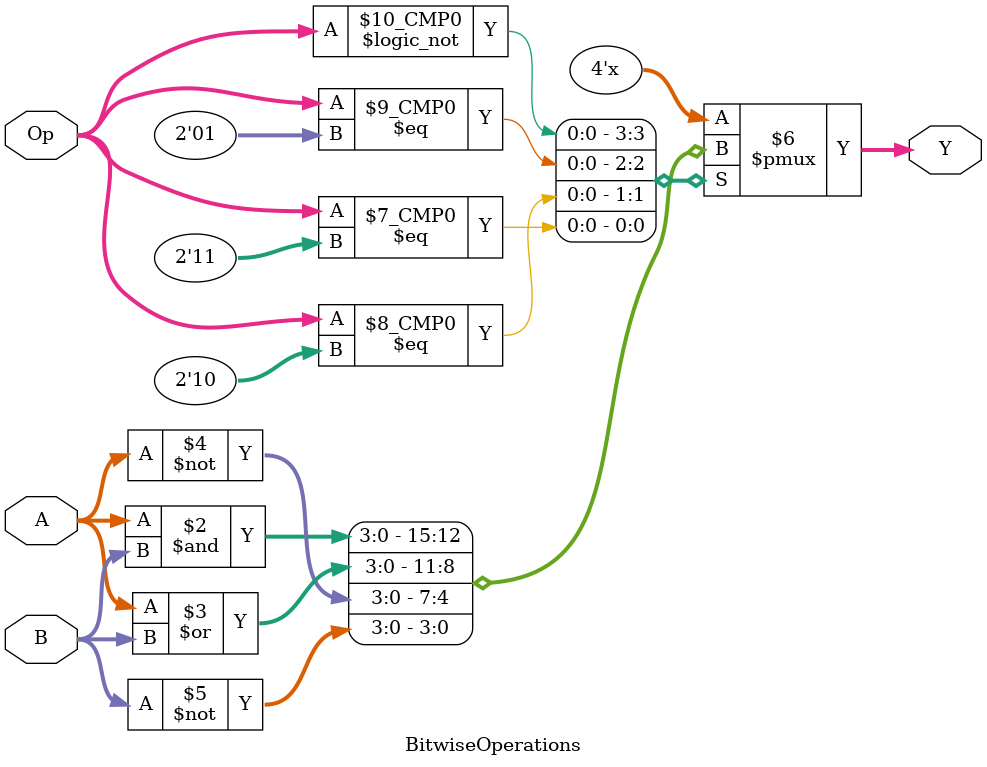
<source format=v>
module BitwiseOperations(
    input [3:0] A,
    input [3:0] B,
    input [1:0] Op,
    output reg [3:0] Y
);

always @(*) begin
    case (Op)
        2'b00: Y=A&B;
        2'b01: Y=A|B;
        2'b10: Y=~A;
        2'b11: Y=~B;
        default: Y=4'b0000;
    endcase
end

endmodule

</source>
